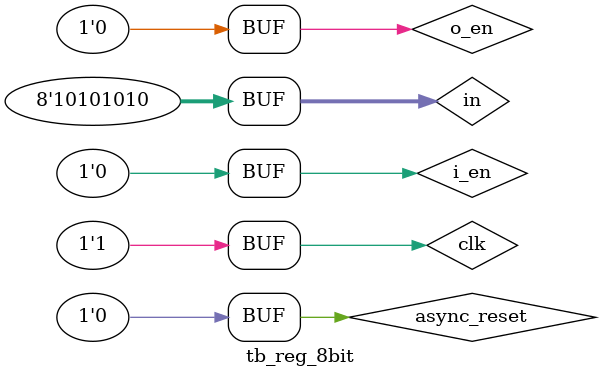
<source format=v>
module tb_reg_8bit;
	reg [7:0] in;
	reg i_en, o_en, async_reset, clk;
	wire [7:0] out;

	reg_8bit uut(.in(in), .out(out), .i_en(i_en), .o_en(o_en), .async_reset(async_reset), .clk(clk));

	initial
	begin
		$dumpfile("../simulation/tb_reg_8bit.vcd");
		$dumpvars(0, tb_reg_8bit);

		async_reset = 1'b1;
		i_en = 1'b0;
		o_en = 1'b1;
		in = 8'b11111111;
		#10;

		in = 8'b10101010;
		o_en = 1'b0;
		#10;

		async_reset = 1'b0;
		i_en = 1'b0;
		o_en = 1'b0;
		#10;
	end

	initial
	begin
		clk = 1'b0;
		repeat(5)
		begin
			clk = ~clk;
			#10;
		end
	end

	initial
	begin
		$monitor("clk = %b | in = %b | out = %b", clk, in, out);
	end
endmodule

</source>
